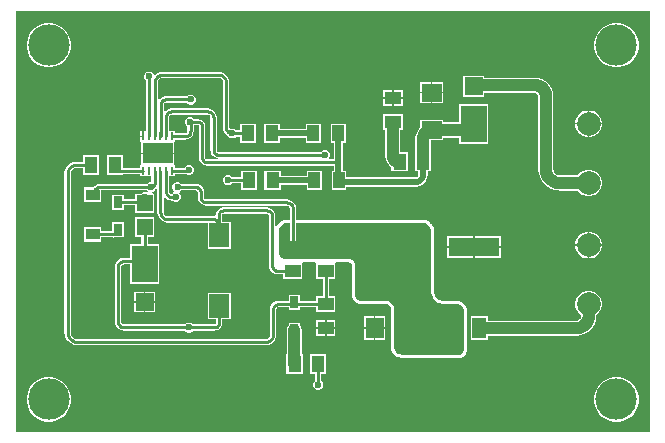
<source format=gtl>
%FSTAX23Y23*%
%MOIN*%
%SFA1B1*%

%IPPOS*%
%ADD13C,0.010000*%
%ADD17R,0.046854X0.068031*%
%ADD18R,0.039370X0.055098*%
%ADD19R,0.086614X0.122051*%
%ADD20R,0.060000X0.059842*%
%ADD21R,0.169291X0.062992*%
%ADD22R,0.029527X0.039370*%
%ADD23R,0.066929X0.078740*%
%ADD24R,0.045275X0.037401*%
%ADD25R,0.010000X0.027598*%
%ADD26R,0.098425X0.066901*%
%ADD45C,0.040000*%
%ADD46C,0.020000*%
%ADD47R,0.068031X0.058464*%
%ADD48R,0.058464X0.068031*%
%ADD49R,0.044587X0.054212*%
%ADD50R,0.054212X0.044587*%
%ADD51R,0.053150X0.055512*%
%ADD52C,0.078740*%
%ADD53C,0.023622*%
%ADD54C,0.137795*%
%LNpcb-1*%
%LPD*%
G36*
X02121Y00008D02*
X00008D01*
Y01414*
X02121*
Y00008*
G37*
%LNpcb-2*%
%LPC*%
G36*
X02017Y01373D02*
X02003D01*
X01988Y0137*
X01975Y01364*
X01963Y01356*
X01952Y01346*
X01944Y01334*
X01939Y0132*
X01936Y01306*
Y01291*
X01939Y01277*
X01944Y01264*
X01952Y01252*
X01963Y01241*
X01975Y01233*
X01988Y01228*
X02003Y01225*
X02017*
X02031Y01228*
X02045Y01233*
X02057Y01241*
X02067Y01252*
X02075Y01264*
X02081Y01277*
X02084Y01291*
Y01306*
X02081Y0132*
X02075Y01334*
X02067Y01346*
X02057Y01356*
X02045Y01364*
X02031Y0137*
X02017Y01373*
G37*
G36*
X00125D02*
X0011D01*
X00096Y0137*
X00083Y01364*
X00071Y01356*
X0006Y01346*
X00052Y01334*
X00047Y0132*
X00044Y01306*
Y01291*
X00047Y01277*
X00052Y01264*
X0006Y01252*
X00071Y01241*
X00083Y01233*
X00096Y01228*
X0011Y01225*
X00125*
X00139Y01228*
X00153Y01233*
X00165Y01241*
X00175Y01252*
X00183Y01264*
X00189Y01277*
X00192Y01291*
Y01306*
X00189Y0132*
X00183Y01334*
X00175Y01346*
X00165Y01356*
X00153Y01364*
X00139Y0137*
X00125Y01373*
G37*
G36*
X01433Y01176D02*
X01396D01*
Y01144*
X01433*
Y01176*
G37*
G36*
X01391D02*
X01355D01*
Y01144*
X01391*
Y01176*
G37*
G36*
X01297Y01149D02*
X01267D01*
Y01125*
X01297*
Y01149*
G37*
G36*
X01262D02*
X01233D01*
Y01125*
X01262*
Y01149*
G37*
G36*
X01433Y01139D02*
X01396D01*
Y01107*
X01433*
Y01139*
G37*
G36*
X01391D02*
X01355D01*
Y01107*
X01391*
Y01139*
G37*
G36*
X01297Y0112D02*
X01267D01*
Y01095*
X01297*
Y0112*
G37*
G36*
X01262D02*
X01233D01*
Y01095*
X01262*
Y0112*
G37*
G36*
X01923Y01081D02*
X0192D01*
Y0104*
X01962*
Y01043*
X01959Y01054*
X01953Y01064*
X01945Y01073*
X01935Y01078*
X01923Y01081*
G37*
G36*
X01915D02*
X01912D01*
X019Y01078*
X0189Y01073*
X01882Y01064*
X01876Y01054*
X01873Y01043*
Y0104*
X01915*
Y01081*
G37*
G36*
X01025Y01037D02*
X00975D01*
Y0102*
X00888*
Y01037*
X00834*
Y00972*
X00888*
Y00989*
X00975*
Y00972*
X01025*
Y01037*
G37*
G36*
X00429Y01013D02*
X00421D01*
Y00997*
X00429*
Y01013*
G37*
G36*
X01962Y01035D02*
X0192D01*
Y00993*
X01923*
X01935Y00996*
X01945Y01002*
X01953Y0101*
X01959Y0102*
X01962Y01031*
Y01035*
G37*
G36*
X01915D02*
X01873D01*
Y01031*
X01876Y0102*
X01882Y0101*
X0189Y01002*
X019Y00996*
X01912Y00993*
X01915*
Y01035*
G37*
G36*
X00456Y01211D02*
X00449D01*
X00443Y01209*
X00438Y01204*
X00436Y01198*
Y01191*
X00438Y01185*
X00441Y01182*
Y01013*
X00434*
Y00995*
X00431*
Y00992*
X00421*
Y00976*
X00426*
Y0094*
X00481*
X00535*
Y00976*
X0054*
Y00984*
X00573*
Y00984*
X0058Y00985*
X00587Y00988*
X00592Y00993*
X00597Y00998*
X006Y01005*
X00601Y01013*
X00601*
Y0103*
X00603Y01033*
X00616*
Y01032*
X00618Y01032*
X00619Y0103*
X00619*
Y00925*
X00619*
X0062Y00917*
X00623Y00911*
X00627Y00905*
X00633Y00901*
X00639Y00898*
X00647Y00897*
Y00897*
X01068*
Y00881*
X01061*
Y00816*
X0111*
Y00827*
X01341*
Y00827*
X01351Y00829*
X01361Y00833*
X01369Y00839*
X01375Y00847*
X01379Y00857*
X01381Y00867*
X01381*
Y00878*
X01393*
Y00942*
X01391*
Y00982*
X01433*
Y00991*
X01486*
Y0097*
X01582*
Y01102*
X01486*
Y01042*
X01433*
Y0105*
X01355*
Y01025*
X01347Y01014*
X01342Y01001*
X0134Y00988*
X0134Y00987*
Y00942*
X01338*
Y00878*
X0135*
Y00867*
X0135*
X01349Y00864*
X01347Y00861*
X01344Y00859*
X01341Y00858*
Y00858*
X0111*
Y00881*
X01098*
Y0091*
Y00972*
X01108*
Y01037*
X01058*
Y00972*
X01068*
Y00918*
X01054*
X01051Y00923*
X01052Y00923*
X01054Y00929*
Y00936*
X01052Y00942*
X01047Y00947*
X01041Y00949*
X01034*
X01028Y00947*
X01024Y00943*
X00686*
Y00943*
X00682Y00943*
X00679Y00945*
X00677Y00948*
X00677Y00952*
X00677*
Y0106*
X00677*
X00676Y01067*
X00673Y01074*
X00668Y01079*
X00663Y01084*
X00656Y01087*
X00649Y01088*
Y01088*
X00526*
Y01088*
X00516Y01086*
X00507Y0108*
X00506Y01078*
X00501Y0108*
Y01103*
X00501Y01103*
X00502Y01106*
X00505Y01107*
X00506Y01107*
X00577*
X00581Y01103*
X00587Y01101*
X00594*
X006Y01103*
X00605Y01108*
X00607Y01114*
Y01121*
X00605Y01127*
X006Y01132*
X00594Y01134*
X00587*
X00581Y01132*
X00577Y01128*
X00506*
Y01128*
X00496Y01126*
X00487Y01121*
X00486Y01118*
X00481Y0112*
Y01174*
X00481Y01174*
X00482Y0118*
X00486Y01185*
X00491Y01189*
X00497Y0119*
X00498Y0119*
X00683*
X00689Y01189*
X00694Y01186*
X00697Y01181*
X00698Y01175*
Y01025*
X00698*
X00699Y01017*
X00702Y01009*
X00707Y01003*
X00713Y00999*
X00714Y00995*
X00719Y0099*
X00725Y00988*
X00732*
X00738Y0099*
X00742Y00994*
X00755*
Y00972*
X00809*
Y01037*
X00755*
Y01015*
X00742*
X00738Y01019*
X00732Y01021*
X00725*
X00724Y01021*
X00719Y01024*
X00719Y01025*
X00719*
Y01175*
X00719*
X00718Y01184*
X00714Y01193*
X00708Y012*
X00701Y01206*
X00692Y0121*
X00683Y01211*
Y01211*
X00498*
Y01211*
X00488Y0121*
X00479Y01206*
X00473Y01201*
X00468Y01202*
X00467Y01203*
X00467Y01204*
X00462Y01209*
X00456Y01211*
G37*
G36*
X00535Y00935D02*
X00481D01*
X00426*
Y00899*
X00421*
Y00891*
X00365*
Y00932*
X00311*
Y00867*
X00365*
Y0087*
X00421*
Y00862*
X0046*
Y00842*
X00455*
X00449Y0084*
X00445Y00836*
X00288*
Y00836*
X00279Y00835*
X00271Y00831*
X00263Y00826*
X00263Y00825*
X00236*
Y00777*
X00291*
Y00815*
X00445*
X00449Y00811*
X00447Y00807*
X00441Y00809*
X00434*
X00428Y00807*
X00425Y00804*
X00405*
Y00786*
X00368*
Y008*
X00329*
Y00751*
X00368*
Y00765*
X00405*
Y00739*
X00468*
Y00804*
X00464*
X00463Y00809*
X00468Y00811*
X00473Y00816*
X00475Y00822*
X00478Y00822*
X0048Y00821*
Y00743*
X0048*
X00481Y00733*
X00485Y00725*
X0049Y00718*
X00498Y00712*
X00506Y00708*
X00516Y00707*
Y00707*
X00647*
Y00621*
X00724*
Y0071*
X00695*
Y00735*
X00695*
X00696Y00736*
X00698Y00737*
Y00737*
X00846*
Y00737*
X00848Y00737*
X0085Y00735*
X00852Y00733*
X00852Y00731*
X00852*
Y00564*
X00852*
X00853Y00556*
X00856Y0055*
X0086Y00544*
X00866Y0054*
X00872Y00537*
X00879Y00536*
Y00536*
X00899*
Y00519*
X00963*
Y00574*
X00967Y00576*
X01005*
X01009Y00574*
Y00571*
Y00519*
X01031*
Y00463*
X01009*
Y00445*
X00956*
Y00467*
X00917*
Y00446*
X00883*
Y00446*
X00875Y00445*
X00869Y00442*
X00863Y00438*
X00859Y00432*
X00856Y00426*
X00855Y00419*
X00855*
Y00336*
X00854Y00329*
X00851Y00324*
X00846Y00321*
X0084Y0032*
X00214*
X00213Y0032*
X00205Y00321*
X00197Y00326*
X00192Y00334*
X00191Y00342*
X00191Y00343*
Y00873*
X00191Y00873*
X00192Y00879*
X00196Y00884*
X00201Y00888*
X00207Y00889*
X00208Y00889*
X00232*
Y00867*
X00286*
Y00932*
X00232*
Y0091*
X00208*
Y0091*
X00198Y00909*
X00189Y00905*
X00181Y00899*
X00175Y00891*
X00171Y00882*
X0017Y00873*
X0017*
Y00343*
X0017*
X00172Y00331*
X00176Y00321*
X00183Y00312*
X00192Y00305*
X00202Y00301*
X00214Y00299*
Y00299*
X0084*
Y00299*
X00849Y003*
X00858Y00304*
X00865Y0031*
X00871Y00317*
X00875Y00326*
X00876Y00336*
X00876*
Y00419*
X00876*
X00876Y00421*
X00878Y00423*
X0088Y00425*
X00883Y00425*
Y00425*
X00917*
Y00417*
X00956*
Y00425*
X01009*
Y00408*
X01073*
Y00463*
X01052*
Y00519*
X01073*
Y00571*
Y00574*
X01077Y00576*
X01117*
X01119Y00576*
X01123Y00574*
X01125Y00572*
X01127Y00568*
X01127Y00566*
Y00467*
X01128Y00463*
X01132Y00453*
X01134Y0045*
X01141Y00443*
X01144Y00441*
X01154Y00437*
X01158Y00436*
X01242*
X01245Y00436*
X01251Y00434*
X01255Y0043*
X01257Y00424*
X01257Y00421*
Y00297*
Y00294*
X01258Y00293*
Y00292*
X01259Y00286*
X01259Y00285*
X01259Y00284*
X01261Y00278*
X01262Y00278*
X01262Y00277*
X01266Y00272*
X01266Y00271*
X01267Y0027*
X01271Y00266*
X01272Y00265*
X01273Y00265*
X01278Y00261*
X01279Y00261*
X01279Y0026*
X01285Y00258*
X01286Y00258*
X01287Y00258*
X01293Y00257*
X01294*
X01295Y00256*
X01298*
X01483*
X01486*
X0149Y00257*
X01498Y0026*
X01501Y00262*
X01507Y00268*
X01509Y00271*
X01512Y00279*
Y00279*
X01513Y00283*
Y00287*
Y00397*
Y00412*
Y00416*
X01512Y00418*
X01512Y0042*
X01508Y0043*
X01506Y00433*
X01499Y0044*
X01498Y00441*
X01496Y00442*
X01486Y00446*
X01482Y00447*
X01478*
X01433Y00447*
X0143Y00447*
X01424Y00448*
X01418Y0045*
X01414Y00454*
X0141Y00458*
X01406Y00462*
X01404Y00468*
X01403Y00474*
X01403Y00477*
Y00677*
Y00679*
X01403Y0068*
Y00681*
X01401Y00687*
X01401Y00688*
X01401Y00689*
X01399Y00695*
X01398Y00695*
X01398Y00696*
X01394Y00701*
X01394Y00702*
X01393Y00703*
X01389Y00707*
X01388Y00708*
X01387Y00708*
X01382Y00712*
X01381Y00712*
X01381Y00713*
X01375Y00715*
X01374Y00715*
X01373Y00715*
X01369Y00716*
X01369*
X01368Y00716*
X01363Y00717*
X01363Y00717*
X01363Y00717*
X01363*
X01362Y00717*
X00942*
Y00756*
X00942*
X00941Y00763*
X00938Y0077*
X00933Y00776*
X00927Y00781*
X0092Y00784*
X00913Y00785*
Y00785*
X00642*
Y00785*
X00639Y00785*
X00637Y00787*
X00635Y00789*
X00635Y00792*
X00635*
Y00809*
X00635*
X00634Y00816*
X00631Y00822*
X00627Y00828*
X00621Y00832*
X00615Y00835*
X00608Y00836*
Y00836*
X0056*
X00556Y0084*
X0055Y00842*
X00543*
X00537Y0084*
X00532Y00835*
X0053Y00829*
Y00822*
X00532Y00816*
X00535Y00814*
X00533Y00808*
X00531Y00807*
X00527Y00803*
X00526*
X00525Y00803*
X00522Y00804*
X0052Y00808*
X0052Y00808*
Y00862*
X0054*
Y0087*
X00574*
X00576Y00868*
X00582Y00866*
X00589*
X00595Y00868*
X006Y00873*
X00602Y00879*
Y00886*
X006Y00892*
X00595Y00897*
X00589Y00899*
X00582*
X00576Y00897*
X00571Y00892*
X00571Y00891*
X0054*
Y00899*
X00535*
Y00935*
G37*
G36*
X01297Y01071D02*
X01233D01*
Y01016*
X0124*
Y00931*
X0124Y0093*
X01241Y00919*
X01246Y00908*
X01253Y00898*
X01259Y00894*
Y00878*
X01314*
Y00942*
X0129*
Y01016*
X01297*
Y01071*
G37*
G36*
X01027Y00881D02*
X00978D01*
Y00864*
X00891*
Y00881*
X00836*
Y00816*
X00891*
Y00833*
X00978*
Y00816*
X01027*
Y00881*
G37*
G36*
X00812Y00881D02*
X00757D01*
Y00859*
X00729*
X00725Y00863*
X00719Y00865*
X00712*
X00706Y00863*
X00701Y00858*
X00699Y00852*
Y00845*
X00701Y00839*
X00706Y00834*
X00712Y00832*
X00719*
X00725Y00834*
X00729Y00838*
X00757*
Y00816*
X00812*
Y00881*
G37*
G36*
X01569Y01197D02*
X01499D01*
Y01127*
X01569*
Y0114*
X0174*
X0174Y0114*
X01743Y01139*
X01746Y01137*
X01748Y01134*
X01749Y01131*
X01749Y01131*
Y00886*
X01749Y00884*
X01751Y00872*
X01755Y00858*
X01761Y00846*
X0177Y00835*
X01781Y00827*
X01793Y0082*
X01806Y00816*
X01819Y00815*
X0182Y00814*
X01881*
X01882Y00813*
X0189Y00804*
X019Y00799*
X01912Y00796*
X01923*
X01935Y00799*
X01945Y00804*
X01953Y00813*
X01959Y00823*
X01962Y00834*
Y00846*
X01959Y00857*
X01953Y00867*
X01945Y00875*
X01935Y00881*
X01923Y00884*
X01912*
X019Y00881*
X0189Y00875*
X01882Y00867*
X01881Y00865*
X0182*
X01819Y00865*
X01812Y00867*
X01806Y00871*
X01801Y00878*
X018Y00885*
X018Y00886*
Y01131*
X018Y01132*
X01799Y01142*
X01795Y01154*
X0179Y01164*
X01782Y01173*
X01773Y01181*
X01763Y01186*
X01751Y0119*
X01741Y01191*
X0174Y01191*
X01569*
Y01197*
G37*
G36*
X00368Y00708D02*
X00329D01*
Y00678*
X00291*
Y00692*
X00236*
Y00644*
X00291*
Y00658*
X00333*
Y00657*
X00339Y00659*
X00368*
Y00708*
G37*
G36*
X01923Y00677D02*
X0192D01*
Y00635*
X01962*
Y00638*
X01959Y0065*
X01953Y0066*
X01945Y00668*
X01935Y00674*
X01923Y00677*
G37*
G36*
X01915D02*
X01912D01*
X019Y00674*
X0189Y00668*
X01882Y0066*
X01876Y0065*
X01873Y00638*
Y00635*
X01915*
Y00677*
G37*
G36*
X01624Y00662D02*
X01537D01*
Y00628*
X01624*
Y00662*
G37*
G36*
X01532D02*
X01444D01*
Y00628*
X01532*
Y00662*
G37*
G36*
X01624Y00623D02*
X01537D01*
Y00589*
X01624*
Y00623*
G37*
G36*
X01532D02*
X01444D01*
Y00589*
X01532*
Y00623*
G37*
G36*
X00468Y00726D02*
X00405D01*
Y0066*
X00426*
Y00635*
X00388*
Y00589*
X00368*
Y00589*
X0036Y00588*
X00352Y00585*
X00346Y0058*
X00341Y00574*
X00338Y00566*
X00337Y00559*
X00337*
Y0038*
X00337*
X00338Y00371*
X00342Y00363*
X00347Y00357*
X00353Y00352*
X00361Y00348*
X0037Y00347*
Y00347*
X00572*
X00576Y00343*
X00582Y00341*
X00589*
X00595Y00343*
X00599Y00347*
X0067*
Y00347*
X00676Y00348*
X00683Y00351*
X00688Y00355*
X00692Y0036*
X00695Y00367*
X00696Y00374*
X00696*
Y00385*
X00724*
Y00474*
X00647*
Y00385*
X00675*
Y00374*
X00675Y00373*
X00674Y00369*
X0067Y00368*
X0067Y00368*
X00599*
X00595Y00372*
X00589Y00374*
X00582*
X00576Y00372*
X00572Y00368*
X0037*
Y00368*
X00365Y00369*
X00361Y00371*
X00359Y00375*
X00358Y0038*
X00358*
Y00559*
X00358*
X00359Y00562*
X00361Y00565*
X00364Y00567*
X00368Y00568*
Y00568*
X00388*
Y00502*
X00485*
Y00635*
X00447*
Y0066*
X00468*
Y00726*
G37*
G36*
X01962Y0063D02*
X0192D01*
Y00588*
X01923*
X01935Y00591*
X01945Y00597*
X01953Y00605*
X01959Y00615*
X01962Y00627*
Y0063*
G37*
G36*
X01915D02*
X01873D01*
Y00627*
X01876Y00615*
X01882Y00605*
X0189Y00597*
X019Y00591*
X01912Y00588*
X01915*
Y0063*
G37*
G36*
X00472Y00477D02*
X00439D01*
Y00445*
X00472*
Y00477*
G37*
G36*
X00434D02*
X00402D01*
Y00445*
X00434*
Y00477*
G37*
G36*
X00472Y0044D02*
X00439D01*
Y00408*
X00472*
Y0044*
G37*
G36*
X00434D02*
X00402D01*
Y00408*
X00434*
Y0044*
G37*
G36*
X01923Y0048D02*
X01912D01*
X019Y00477*
X0189Y00471*
X01882Y00463*
X01876Y00452*
X01873Y00441*
Y00429*
X01876Y00418*
X01882Y00408*
X0189Y004*
X01892Y00399*
Y00396*
X01892Y00395*
X01891Y0039*
X01888Y00385*
X01883Y00382*
X01878Y00381*
X01878Y00381*
X01582*
Y00395*
X01525*
Y00317*
X01582*
Y0033*
X01878*
X01879Y00331*
X0189Y00332*
X01902Y00336*
X01914Y00342*
X01924Y0035*
X01932Y0036*
X01938Y00371*
X01942Y00383*
X01943Y00394*
X01943Y00396*
Y00399*
X01945Y004*
X01953Y00408*
X01959Y00418*
X01962Y00429*
Y00441*
X01959Y00452*
X01953Y00463*
X01945Y00471*
X01935Y00477*
X01923Y0048*
G37*
G36*
X01073Y00384D02*
X01044D01*
Y00359*
X01073*
Y00384*
G37*
G36*
X01039D02*
X01009D01*
Y00359*
X01039*
Y00384*
G37*
G36*
X01238Y00395D02*
X01206D01*
Y00358*
X01238*
Y00395*
G37*
G36*
X01201D02*
X01169D01*
Y00358*
X01201*
Y00395*
G37*
G36*
X01073Y00354D02*
X01044D01*
Y00329*
X01073*
Y00354*
G37*
G36*
X01039D02*
X01009D01*
Y00329*
X01039*
Y00354*
G37*
G36*
X01238Y00353D02*
X01206D01*
Y00317*
X01238*
Y00353*
G37*
G36*
X01201D02*
X01169D01*
Y00317*
X01201*
Y00353*
G37*
G36*
X00936Y00375D02*
X00932Y00374D01*
X00917*
Y00365*
X00913Y0036*
X00911Y0035*
Y00268*
X0091*
Y00204*
X00964*
Y00268*
X00962*
Y0035*
X0096Y0036*
X00956Y00365*
Y00374*
X0094*
X00936Y00375*
G37*
G36*
X01043Y00268D02*
X00988D01*
Y00204*
X01006*
Y00179*
X01002Y00175*
X01Y00169*
Y00163*
X01002Y00156*
X01007Y00152*
X01013Y00149*
X0102*
X01026Y00152*
X01031Y00156*
X01033Y00163*
Y00169*
X01031Y00175*
X01026Y0018*
Y00204*
X01043*
Y00268*
G37*
G36*
X02017Y00192D02*
X02003D01*
X01988Y00189*
X01975Y00183*
X01963Y00175*
X01952Y00165*
X01944Y00153*
X01939Y00139*
X01936Y00125*
Y0011*
X01939Y00096*
X01944Y00083*
X01952Y00071*
X01963Y0006*
X01975Y00052*
X01988Y00047*
X02003Y00044*
X02017*
X02031Y00047*
X02045Y00052*
X02057Y0006*
X02067Y00071*
X02075Y00083*
X02081Y00096*
X02084Y0011*
Y00125*
X02081Y00139*
X02075Y00153*
X02067Y00165*
X02057Y00175*
X02045Y00183*
X02031Y00189*
X02017Y00192*
G37*
G36*
X00125D02*
X0011D01*
X00096Y00189*
X00083Y00183*
X00071Y00175*
X0006Y00165*
X00052Y00153*
X00047Y00139*
X00044Y00125*
Y0011*
X00047Y00096*
X00052Y00083*
X0006Y00071*
X00071Y0006*
X00083Y00052*
X00096Y00047*
X0011Y00044*
X00125*
X00139Y00047*
X00153Y00052*
X00165Y0006*
X00175Y00071*
X00183Y00083*
X00189Y00096*
X00192Y0011*
Y00125*
X00189Y00139*
X00183Y00153*
X00175Y00165*
X00165Y00175*
X00153Y00183*
X00139Y00189*
X00125Y00192*
G37*
%LNpcb-3*%
%LPD*%
G36*
X00526Y01067D02*
X00649D01*
Y01067*
X00651Y01067*
X00654Y01065*
X00656Y01062*
X00656Y0106*
X00656*
Y00952*
X00656*
X00657Y00944*
X0066Y00937*
X00665Y00931*
X00671Y00926*
X00678Y00923*
X00682Y00923*
X00682Y00918*
X00647*
Y00918*
X00644Y00918*
X00642Y0092*
X0064Y00922*
X0064Y00925*
X0064*
Y0103*
X0064*
X00638Y01039*
X00633Y01046*
X00625Y01051*
X00616Y01053*
Y01053*
X00603*
X00599Y01057*
X00593Y0106*
X00586*
X0058Y01057*
X00576Y01052*
X00573Y01046*
Y01039*
X00576Y01033*
X0058Y01028*
X0058Y01028*
Y01013*
X0058*
X0058Y0101*
X00578Y01007*
X00575Y01005*
X00573Y01005*
Y01005*
X0054*
Y01013*
X0052*
Y01062*
X0052Y01062*
X00522Y01066*
X00525Y01067*
X00526Y01067*
G37*
G36*
X00608Y00815D02*
X0061Y00815D01*
X00612Y00813*
X00614Y00811*
X00614Y00809*
X00614*
Y00792*
X00614*
X00615Y00784*
X00618Y00778*
X00622Y00772*
X00628Y00768*
X00634Y00765*
X00642Y00764*
Y00764*
X00913*
Y00764*
X00916Y00764*
X00919Y00762*
X0092Y00759*
X00921Y00756*
X00921*
Y00717*
X00912*
X00909*
X00908Y00717*
X00907*
X00902Y00715*
X00901Y00715*
X009Y00715*
X00895Y00713*
X00894Y00712*
X00893Y00712*
X00889Y00709*
X00888Y00708*
X00887Y00708*
X00883Y00704*
X00883Y00703*
X00882Y00702*
X00879Y00698*
X00879Y00697*
X00878Y00696*
X00878Y00695*
X00873Y00696*
Y00731*
X00873*
X00872Y00738*
X00869Y00744*
X00865Y0075*
X00859Y00754*
X00853Y00757*
X00846Y00758*
Y00758*
X00698*
Y00758*
X00689Y00756*
X00681Y00751*
X00676Y00743*
X00674Y00735*
X00673Y0073*
X00671Y00728*
X00666Y00728*
X00516*
Y00728*
X0051Y00729*
X00505Y00732*
X00502Y00737*
X00501Y00743*
X00501*
Y0079*
X00506Y00792*
X00507Y0079*
X00516Y00784*
X00526Y00782*
X0053Y0078*
X00531Y00778*
X00537Y00776*
X00544*
X0055Y00778*
X00555Y00783*
X00557Y00789*
Y00796*
X00555Y00802*
X00552Y00804*
X00554Y0081*
X00556Y00811*
X0056Y00815*
X00608*
Y00815*
G37*
G36*
X01363Y00707D02*
D01*
X01363*
X01367Y00706*
X01371Y00705*
X01377Y00703*
X01382Y007*
X01386Y00696*
X01389Y00691*
X01391Y00685*
X01393Y00679*
Y00677*
Y00477*
X01393Y00473*
X01394Y00465*
X01397Y00458*
X01402Y00451*
X01407Y00446*
X01414Y00441*
X01421Y00438*
X01429Y00437*
X01433Y00437*
X01478Y00436*
X01482Y00437*
X01492Y00433*
X01499Y00426*
X01503Y00416*
Y00412*
Y00397*
Y00287*
Y00283*
X01499Y00275*
X01494Y0027*
X01486Y00267*
X01483*
X01298*
X01295*
X01289Y00268*
X01283Y0027*
X01278Y00273*
X01274Y00277*
X01271Y00282*
X01269Y00288*
X01268Y00294*
Y00297*
Y00422*
X01267Y00426*
X01263Y00435*
X01256Y00442*
X01247Y00446*
X01243Y00447*
X01158*
X01148Y0045*
X01141Y00457*
X01138Y00467*
Y00567*
X01137Y0057*
X01134Y00578*
X01129Y00583*
X01121Y00586*
X01118Y00587*
X0091*
X00905*
X00895Y0059*
X00888Y00597*
X00885Y00607*
Y00612*
Y0068*
X00885Y00684*
X00886Y00687*
X00888Y00692*
X00891Y00697*
X00894Y007*
X00899Y00703*
X00904Y00705*
X00909Y00707*
X00912*
X00921*
Y00625*
X00922Y00621*
X00924Y00618*
X00927Y00616*
X00931Y00615*
X00935Y00616*
X00939Y00618*
X00941Y00621*
X00942Y00625*
Y00707*
X01362*
X01363*
G37*
G54D13*
X00181Y00343D02*
D01*
X00181Y0034*
X00181Y00338*
X00181Y00336*
X00182Y00333*
X00182Y00331*
X00183Y00329*
X00184Y00327*
X00186Y00325*
X00187Y00323*
X00188Y00321*
X0019Y0032*
X00191Y00318*
X00193Y00316*
X00195Y00315*
X00197Y00314*
X00199Y00313*
X00201Y00312*
X00203Y00311*
X00206Y0031*
X00208Y0031*
X0021Y0031*
X00212Y0031*
X00214Y0031*
X0084D02*
D01*
X00841Y0031*
X00843Y0031*
X00845Y0031*
X00847Y00311*
X00848Y00311*
X0085Y00312*
X00852Y00313*
X00853Y00313*
X00855Y00314*
X00856Y00316*
X00858Y00317*
X00859Y00318*
X0086Y00319*
X00861Y00321*
X00862Y00323*
X00863Y00324*
X00864Y00326*
X00864Y00327*
X00865Y00329*
X00865Y00331*
X00865Y00333*
X00865Y00335*
X00866Y00336*
X00208Y009D02*
D01*
X00206Y00899*
X00204Y00899*
X00202Y00899*
X002Y00898*
X00198Y00898*
X00197Y00897*
X00195Y00896*
X00193Y00895*
X00192Y00894*
X0019Y00893*
X00189Y00892*
X00187Y00891*
X00186Y00889*
X00185Y00888*
X00184Y00886*
X00183Y00884*
X00182Y00883*
X00182Y00881*
X00181Y00879*
X00181Y00877*
X00181Y00875*
X00181Y00873*
X00181Y00873*
X00459Y00826D02*
D01*
X00459Y00826*
X0046Y00826*
X00461Y00826*
X00462Y00826*
X00463Y00826*
X00463Y00827*
X00464Y00827*
X00465Y00827*
X00466Y00828*
X00466Y00828*
X00467Y00829*
X00468Y0083*
X00468Y0083*
X00469Y00831*
X00469Y00832*
X00469Y00832*
X0047Y00833*
X0047Y00834*
X0047Y00835*
X0047Y00836*
X00471Y00836*
X00471Y00837*
X00471Y00838*
X00288Y00826D02*
D01*
X00286Y00825*
X00284Y00825*
X00283Y00825*
X00281Y00825*
X0028Y00824*
X00278Y00823*
X00276Y00823*
X00275Y00822*
X00274Y00821*
X00272Y0082*
X00271Y00819*
X0027Y00817*
X00269Y00816*
X00268Y00815*
X00267Y00813*
X00266Y00812*
X00265Y0081*
X00265Y00809*
X00264Y00807*
X00264Y00805*
X00264Y00804*
X00264Y00802*
X00264Y00801*
X00338Y009D02*
D01*
X00338Y00898*
X00338Y00897*
X00338Y00896*
X00339Y00894*
X00339Y00893*
X0034Y00892*
X0034Y00891*
X00341Y00889*
X00341Y00888*
X00342Y00887*
X00343Y00886*
X00344Y00885*
X00345Y00885*
X00346Y00884*
X00347Y00883*
X00349Y00882*
X0035Y00882*
X00351Y00881*
X00352Y00881*
X00354Y00881*
X00355Y00881*
X00356Y00881*
X00357Y00881*
X00883Y00436D02*
D01*
X00881Y00435*
X0088Y00435*
X00879Y00435*
X00878Y00435*
X00877Y00434*
X00876Y00434*
X00875Y00434*
X00873Y00433*
X00873Y00432*
X00872Y00432*
X00871Y00431*
X0087Y0043*
X00869Y00429*
X00868Y00428*
X00868Y00427*
X00867Y00426*
X00867Y00425*
X00866Y00424*
X00866Y00423*
X00866Y00421*
X00866Y0042*
X00866Y00419*
X00866Y00419*
X0067Y00358D02*
D01*
X00671Y00358*
X00672Y00358*
X00673Y00358*
X00674Y00358*
X00675Y00358*
X00676Y00359*
X00677Y00359*
X00678Y0036*
X00679Y00361*
X0068Y00361*
X00681Y00362*
X00681Y00363*
X00682Y00364*
X00683Y00365*
X00683Y00366*
X00684Y00366*
X00684Y00368*
X00685Y00369*
X00685Y0037*
X00685Y00371*
X00685Y00372*
X00685Y00373*
X00686Y00374*
X00437Y00568D02*
D01*
X00436Y00569*
X00436Y0057*
X00436Y00571*
X00436Y00571*
X00436Y00572*
X00436Y00573*
X00435Y00573*
X00435Y00574*
X00435Y00574*
X00434Y00575*
X00434Y00575*
X00433Y00576*
X00433Y00576*
X00432Y00577*
X00431Y00577*
X00431Y00577*
X0043Y00578*
X0043Y00578*
X00429Y00578*
X00428Y00578*
X00428Y00578*
X00427Y00578*
X00426Y00579*
X00368D02*
D01*
X00366Y00578*
X00365Y00578*
X00363Y00578*
X00362Y00578*
X00361Y00577*
X00359Y00577*
X00358Y00576*
X00357Y00575*
X00356Y00575*
X00355Y00574*
X00354Y00573*
X00353Y00572*
X00352Y00571*
X00351Y0057*
X0035Y00569*
X0035Y00567*
X00349Y00566*
X00348Y00565*
X00348Y00563*
X00348Y00562*
X00348Y00561*
X00348Y00559*
X00348Y00559*
Y0038D02*
D01*
X00348Y00378*
X00348Y00376*
X00348Y00375*
X00348Y00373*
X00349Y00372*
X00349Y00371*
X0035Y00369*
X00351Y00368*
X00352Y00367*
X00353Y00365*
X00354Y00364*
X00355Y00363*
X00356Y00362*
X00357Y00361*
X00359Y0036*
X0036Y0036*
X00361Y00359*
X00363Y00359*
X00364Y00358*
X00366Y00358*
X00367Y00358*
X00369Y00358*
X0037Y00358*
X00333Y00668D02*
D01*
X00334Y00668*
X00335Y00668*
X00336Y00668*
X00337Y00668*
X00338Y00669*
X00339Y00669*
X0034Y0067*
X00341Y0067*
X00342Y00671*
X00343Y00671*
X00344Y00672*
X00345Y00673*
X00345Y00674*
X00346Y00675*
X00346Y00676*
X00347Y00677*
X00347Y00678*
X00348Y00679*
X00348Y0068*
X00348Y00681*
X00348Y00682*
X00348Y00683*
X00349Y00683*
X00437Y00772D02*
D01*
X00436Y00772*
X00436Y00772*
X00436Y00772*
X00436Y00773*
X00436Y00773*
X00436Y00773*
X00436Y00773*
X00436Y00774*
X00436Y00774*
X00436Y00774*
X00435Y00774*
X00435Y00775*
X00435Y00775*
X00435Y00775*
X00434Y00775*
X00434Y00775*
X00434Y00775*
X00434Y00775*
X00433Y00776*
X00433Y00776*
X00433Y00776*
X00432Y00776*
X00432Y00776*
X01081Y00908D02*
D01*
X01081Y00908*
X01081Y00908*
X01081Y00908*
X01081Y00908*
X01082Y00908*
X01082Y00908*
X01082Y00908*
X01082Y00908*
X01082Y00908*
X01082Y00908*
X01082Y00908*
X01082Y00908*
X01082Y00908*
X01083Y00908*
X01083Y00909*
X01083Y00909*
X01083Y00909*
X01083Y00909*
X01083Y00909*
X01083Y00909*
X01083Y00909*
X01083Y00909*
X01083Y0091*
X0063Y00925D02*
D01*
X0063Y00923*
X0063Y00922*
X0063Y00921*
X0063Y0092*
X00631Y00919*
X00631Y00918*
X00631Y00917*
X00632Y00915*
X00633Y00915*
X00633Y00914*
X00634Y00913*
X00635Y00912*
X00636Y00911*
X00637Y0091*
X00638Y0091*
X00639Y00909*
X0064Y00909*
X00641Y00908*
X00642Y00908*
X00644Y00908*
X00645Y00908*
X00646Y00908*
X00647Y00908*
X0063Y0103D02*
D01*
X00629Y0103*
X00629Y01031*
X00629Y01032*
X00629Y01033*
X00629Y01034*
X00628Y01035*
X00628Y01036*
X00627Y01037*
X00627Y01037*
X00626Y01038*
X00626Y01039*
X00625Y01039*
X00624Y0104*
X00624Y0104*
X00623Y01041*
X00622Y01041*
X00621Y01042*
X0062Y01042*
X00619Y01042*
X00619Y01043*
X00618Y01043*
X00617Y01043*
X00616Y01043*
X00667Y00952D02*
D01*
X00667Y0095*
X00667Y00949*
X00667Y00948*
X00667Y00946*
X00668Y00945*
X00668Y00944*
X00669Y00943*
X00669Y00941*
X0067Y0094*
X00671Y00939*
X00672Y00938*
X00673Y00937*
X00674Y00937*
X00675Y00936*
X00676Y00935*
X00677Y00934*
X00678Y00934*
X0068Y00933*
X00681Y00933*
X00682Y00933*
X00684Y00933*
X00685Y00933*
X00686Y00933*
X00667Y0106D02*
D01*
X00666Y01061*
X00666Y01062*
X00666Y01063*
X00666Y01064*
X00665Y01066*
X00665Y01067*
X00664Y01068*
X00664Y01069*
X00663Y0107*
X00662Y01071*
X00661Y01072*
X00661Y01073*
X0066Y01074*
X00659Y01074*
X00658Y01075*
X00656Y01076*
X00655Y01076*
X00654Y01077*
X00653Y01077*
X00652Y01077*
X0065Y01077*
X00649Y01077*
X00649Y01078*
X00526D02*
D01*
X00524Y01077*
X00523Y01077*
X00522Y01077*
X00521Y01077*
X0052Y01077*
X00519Y01076*
X00518Y01076*
X00517Y01075*
X00516Y01075*
X00516Y01074*
X00515Y01073*
X00514Y01072*
X00513Y01072*
X00513Y01071*
X00512Y0107*
X00512Y01069*
X00511Y01068*
X00511Y01067*
X0051Y01066*
X0051Y01065*
X0051Y01064*
X0051Y01063*
X0051Y01062*
X00625Y00809D02*
D01*
X00624Y0081*
X00624Y00811*
X00624Y00812*
X00624Y00813*
X00623Y00814*
X00623Y00815*
X00623Y00816*
X00622Y00818*
X00621Y00818*
X00621Y00819*
X0062Y0082*
X00619Y00821*
X00618Y00822*
X00617Y00823*
X00616Y00823*
X00615Y00824*
X00614Y00824*
X00613Y00825*
X00612Y00825*
X0061Y00825*
X00609Y00825*
X00608Y00825*
X00608Y00826*
X00625Y00792D02*
D01*
X00625Y0079*
X00625Y00789*
X00625Y00788*
X00625Y00787*
X00626Y00786*
X00626Y00785*
X00626Y00784*
X00627Y00782*
X00628Y00782*
X00628Y00781*
X00629Y0078*
X0063Y00779*
X00631Y00778*
X00632Y00777*
X00633Y00777*
X00634Y00776*
X00635Y00776*
X00636Y00775*
X00637Y00775*
X00639Y00775*
X0064Y00775*
X00641Y00775*
X00642Y00775*
X00931Y00756D02*
D01*
X00931Y00757*
X00931Y00758*
X00931Y0076*
X00931Y00761*
X0093Y00762*
X0093Y00763*
X00929Y00765*
X00928Y00766*
X00928Y00767*
X00927Y00768*
X00926Y00769*
X00925Y0077*
X00924Y00771*
X00923Y00771*
X00922Y00772*
X00921Y00773*
X0092Y00773*
X00918Y00774*
X00917Y00774*
X00916Y00774*
X00914Y00774*
X00913Y00774*
X00913Y00775*
X0049Y00743D02*
D01*
X0049Y00741*
X00491Y00739*
X00491Y00737*
X00491Y00736*
X00492Y00734*
X00493Y00732*
X00493Y00731*
X00494Y00729*
X00495Y00728*
X00496Y00726*
X00497Y00725*
X00499Y00724*
X005Y00723*
X00501Y00722*
X00503Y00721*
X00504Y0072*
X00506Y00719*
X00508Y00719*
X00509Y00718*
X00511Y00718*
X00513Y00718*
X00515Y00718*
X00516Y00718*
X00681Y00708D02*
D01*
X0068Y00708*
X0068Y00709*
X0068Y0071*
X0068Y0071*
X0068Y00711*
X0068Y00712*
X00679Y00712*
X00679Y00713*
X00679Y00713*
X00678Y00714*
X00678Y00714*
X00677Y00715*
X00677Y00715*
X00676Y00716*
X00676Y00716*
X00675Y00716*
X00674Y00717*
X00674Y00717*
X00673Y00717*
X00672Y00717*
X00672Y00717*
X00671Y00717*
X00671Y00718*
X00685Y00667D02*
D01*
X00685Y00667*
X00685Y00666*
X00685Y00666*
X00685Y00666*
X00685Y00666*
X00685Y00666*
X00685Y00666*
X00685Y00666*
X00685Y00666*
X00685Y00666*
X00685Y00666*
X00685Y00666*
X00685Y00666*
X00685Y00666*
X00685Y00666*
X00685Y00666*
X00685Y00666*
X00685Y00666*
X00685Y00666*
X00685Y00666*
X00685Y00666*
X00685Y00666*
X00686*
X00681Y00671D02*
D01*
X00681Y0067*
X00681Y0067*
X00681Y0067*
X00681Y00669*
X00681Y00669*
X00681Y00669*
X00681Y00668*
X00681Y00668*
X00681Y00668*
X00682Y00667*
X00682Y00667*
X00682Y00667*
X00682Y00667*
X00683Y00666*
X00683Y00666*
X00683Y00666*
X00684Y00666*
X00684Y00666*
X00684Y00666*
X00685Y00666*
X00685Y00666*
X00685Y00666*
X00686Y00666*
X00698Y00748D02*
D01*
X00697Y00747*
X00696Y00747*
X00695Y00747*
X00694Y00747*
X00693Y00747*
X00692Y00746*
X00691Y00746*
X00691Y00746*
X0069Y00745*
X00689Y00744*
X00688Y00744*
X00688Y00743*
X00687Y00743*
X00687Y00742*
X00686Y00741*
X00686Y0074*
X00685Y00739*
X00685Y00739*
X00685Y00738*
X00685Y00737*
X00685Y00736*
X00685Y00735*
X00685Y00735*
X00863Y00731D02*
D01*
X00862Y00732*
X00862Y00733*
X00862Y00734*
X00862Y00735*
X00861Y00736*
X00861Y00737*
X00861Y00738*
X0086Y0074*
X00859Y0074*
X00859Y00741*
X00858Y00742*
X00857Y00743*
X00856Y00744*
X00855Y00745*
X00854Y00745*
X00853Y00746*
X00852Y00746*
X00851Y00747*
X0085Y00747*
X00848Y00747*
X00847Y00747*
X00846Y00747*
X00846Y00748*
X00863Y00564D02*
D01*
X00863Y00562*
X00863Y00561*
X00863Y0056*
X00863Y00559*
X00864Y00558*
X00864Y00557*
X00864Y00556*
X00865Y00555*
X00866Y00554*
X00866Y00553*
X00867Y00552*
X00868Y00551*
X00869Y0055*
X0087Y00549*
X00871Y00549*
X00872Y00548*
X00873Y00548*
X00874Y00547*
X00875Y00547*
X00876Y00547*
X00878Y00547*
X00879Y00547*
X00879Y00547*
X00709Y01025D02*
D01*
X00709Y01023*
X00709Y01022*
X00709Y0102*
X00709Y01019*
X0071Y01018*
X0071Y01016*
X00711Y01015*
X00712Y01014*
X00712Y01013*
X00713Y01012*
X00714Y01011*
X00715Y0101*
X00716Y01009*
X00717Y01008*
X00719Y01007*
X0072Y01007*
X00721Y01006*
X00722Y01005*
X00724Y01005*
X00725Y01005*
X00726Y01005*
X00728Y01005*
X00729Y01005*
X00453Y01195D02*
D01*
X00452Y01194*
X00452Y01193*
X00452Y01193*
X00451Y01192*
X00451Y01191*
X00451Y01191*
X00451Y0119*
X00451Y01189*
X00498Y01201D02*
D01*
X00496Y012*
X00494Y012*
X00492Y012*
X0049Y01199*
X00488Y01199*
X00487Y01198*
X00485Y01197*
X00483Y01196*
X00482Y01195*
X0048Y01194*
X00479Y01193*
X00478Y01192*
X00476Y0119*
X00475Y01189*
X00474Y01187*
X00473Y01185*
X00473Y01184*
X00472Y01182*
X00471Y0118*
X00471Y01178*
X00471Y01176*
X00471Y01175*
X00471Y01174*
X00709Y01175D02*
D01*
X00708Y01176*
X00708Y01178*
X00708Y0118*
X00707Y01182*
X00707Y01183*
X00706Y01185*
X00705Y01187*
X00705Y01188*
X00704Y0119*
X00702Y01191*
X00701Y01193*
X007Y01194*
X00699Y01195*
X00697Y01196*
X00696Y01197*
X00694Y01198*
X00692Y01199*
X00691Y01199*
X00689Y012*
X00687Y012*
X00685Y012*
X00683Y012*
X00683Y01201*
X0051Y00808D02*
D01*
X0051Y00807*
X0051Y00806*
X0051Y00805*
X00511Y00804*
X00511Y00803*
X00511Y00802*
X00512Y00801*
X00512Y008*
X00513Y00799*
X00514Y00798*
X00514Y00797*
X00515Y00796*
X00516Y00796*
X00517Y00795*
X00518Y00795*
X00519Y00794*
X0052Y00794*
X00521Y00793*
X00522Y00793*
X00523Y00793*
X00524Y00793*
X00525Y00793*
X00526Y00793*
X00584Y00881D02*
D01*
X00584Y00881*
X00584Y00881*
X00584Y00881*
X00584Y00881*
X00584Y00881*
X00584Y00881*
X00584Y00881*
X00585Y00881*
X00585Y00881*
X00585Y00881*
X00585Y00881*
X00585Y00881*
X00585Y00881*
X00585Y00881*
X00585Y00882*
X00585Y00882*
X00585Y00882*
X00585Y00882*
X00585Y00882*
X00585Y00882*
X00585Y00882*
X00585Y00882*
X00586Y00883*
X00506Y01118D02*
D01*
X00504Y01117*
X00503Y01117*
X00502Y01117*
X00501Y01117*
X005Y01117*
X00499Y01116*
X00498Y01116*
X00498Y01115*
X00497Y01115*
X00496Y01114*
X00495Y01113*
X00494Y01113*
X00494Y01112*
X00493Y01111*
X00493Y0111*
X00492Y01109*
X00492Y01108*
X00491Y01107*
X00491Y01106*
X00491Y01105*
X00491Y01104*
X00491Y01103*
X00491Y01103*
X00573Y00995D02*
D01*
X00574Y00995*
X00575Y00995*
X00576Y00995*
X00577Y00995*
X00579Y00996*
X0058Y00996*
X00581Y00997*
X00582Y00997*
X00583Y00998*
X00584Y00999*
X00585Y01*
X00586Y01*
X00587Y01001*
X00587Y01002*
X00588Y01004*
X00589Y01005*
X00589Y01006*
X0059Y01007*
X0059Y01008*
X0059Y01009*
X0059Y01011*
X0059Y01012*
X00591Y01013*
X00214Y0031D02*
X0084D01*
X00866Y00336D02*
Y00419D01*
X00181Y00343D02*
Y00873D01*
X00208Y009D02*
X00259D01*
X00288Y00826D02*
X00459D01*
X00547D02*
X00608D01*
X00471Y00838D02*
Y00881D01*
X00357D02*
X00431D01*
X00883Y00436D02*
X00943D01*
Y00435D02*
Y00436D01*
X0037Y00358D02*
X00586D01*
X0067*
X00686Y00374D02*
Y00429D01*
X00437Y00568D02*
Y00693D01*
X00368Y00579D02*
X00426D01*
X00348Y0038D02*
Y00559D01*
X00264Y00668D02*
X00333D01*
X00437Y00772D02*
X00438Y00773D01*
X00349Y00776D02*
X00432D01*
X00438Y00773D02*
Y00793D01*
X00647Y00908D02*
X01081D01*
X0063Y00925D02*
Y0103D01*
X0059Y01043D02*
X00591D01*
X0059Y01043D02*
X00616D01*
X00686Y00933D02*
X01038D01*
X00667Y00952D02*
Y0106D01*
X00526Y01078D02*
X00649D01*
X0051Y00995D02*
Y01062D01*
X00642Y00775D02*
X00913D01*
X00625Y00792D02*
Y00809D01*
X00931Y00625D02*
Y00756D01*
X0049Y00743D02*
Y00881D01*
X00685Y00667D02*
Y00735D01*
X00943Y00435D02*
X01041D01*
X00681Y00671D02*
Y00708D01*
X00698Y00748D02*
X00846D01*
X00863Y00564D02*
Y00731D01*
X00879Y00547D02*
X00931D01*
X01041Y00435D02*
Y00547D01*
X00729Y01005D02*
X00782D01*
X01016Y00166D02*
Y00236D01*
X00451Y00995D02*
Y01189D01*
X00453Y01195D02*
D01*
X00716Y00849D02*
X00785D01*
X00471Y00995D02*
Y01174D01*
X00498Y01201D02*
X00683D01*
X00709Y01025D02*
Y01175D01*
X00526Y00793D02*
X00541D01*
X0051Y00808D02*
Y00881D01*
X0053D02*
X00584D01*
X00516Y00718D02*
X00671D01*
X00491Y00995D02*
Y01103D01*
X00506Y01118D02*
X00591D01*
X0053Y00995D02*
X00573D01*
X0049D02*
X00491D01*
X0059Y01043D02*
Y01043D01*
X00591Y01013D02*
Y01043D01*
X01016Y00166D02*
X01016D01*
G54D17*
X01553Y00356D03*
X01439D03*
G54D18*
X01083Y01005D03*
X01D03*
X01003Y00849D03*
X01086D03*
G54D19*
X01534Y01036D03*
X00437Y00568D03*
G54D20*
X01534Y01162D03*
X00437Y00443D03*
G54D21*
X01269Y00626D03*
X01534D03*
G54D22*
X00936Y0035D03*
Y00442D03*
X00349Y00683D03*
Y00776D03*
G54D23*
X00686Y00429D03*
Y00666D03*
G54D24*
X00264Y00801D03*
Y00668D03*
G54D25*
X0053Y00995D03*
X0051D03*
X0049D03*
X00471D03*
X00451D03*
X00431D03*
Y00881D03*
X00451D03*
X00471D03*
X0049D03*
X0051D03*
X0053D03*
G54D26*
X00481Y00938D03*
G54D45*
X01878Y00356D02*
D01*
X0188Y00356*
X01883Y00356*
X01886Y00357*
X01889Y00357*
X01891Y00358*
X01894Y00359*
X01896Y00361*
X01899Y00362*
X01901Y00364*
X01903Y00365*
X01905Y00367*
X01907Y00369*
X01909Y00371*
X01911Y00374*
X01912Y00376*
X01913Y00378*
X01915Y00381*
X01916Y00384*
X01916Y00386*
X01917Y00389*
X01917Y00392*
X01917Y00395*
X01918Y00396*
X01265Y00931D02*
D01*
X01265Y0093*
X01265Y00928*
X01265Y00927*
X01266Y00925*
X01266Y00924*
X01267Y00923*
X01268Y00921*
X01268Y0092*
X01269Y00919*
X0127Y00917*
X01271Y00916*
X01272Y00915*
X01273Y00914*
X01275Y00913*
X01276Y00913*
X01277Y00912*
X01279Y00911*
X0128Y00911*
X01281Y0091*
X01283Y0091*
X01284Y0091*
X01286Y0091*
X01287Y0091*
X01394Y01016D02*
D01*
X01392Y01016*
X0139Y01016*
X01388Y01015*
X01386Y01015*
X01384Y01014*
X01382Y01014*
X01381Y01013*
X01379Y01012*
X01377Y01011*
X01376Y01009*
X01374Y01008*
X01373Y01007*
X01371Y01005*
X0137Y01003*
X01369Y01002*
X01368Y01*
X01367Y00998*
X01367Y00996*
X01366Y00994*
X01366Y00992*
X01366Y0099*
X01365Y00988*
X01365Y00987*
X01538Y01166D02*
D01*
X01537Y01165*
X01537Y01165*
X01537Y01165*
X01537Y01165*
X01536Y01165*
X01536Y01165*
X01536Y01165*
X01536Y01165*
X01536Y01165*
X01535Y01165*
X01535Y01164*
X01535Y01164*
X01535Y01164*
X01535Y01164*
X01534Y01164*
X01534Y01163*
X01534Y01163*
X01534Y01163*
X01534Y01163*
X01534Y01162*
X01534Y01162*
X01534Y01162*
X01534Y01162*
X01775Y01131D02*
D01*
X01774Y01133*
X01774Y01135*
X01774Y01138*
X01773Y0114*
X01772Y01142*
X01771Y01145*
X0177Y01147*
X01769Y01149*
X01768Y01151*
X01766Y01153*
X01765Y01155*
X01763Y01157*
X01761Y01158*
X01759Y0116*
X01757Y01161*
X01755Y01162*
X01753Y01163*
X0175Y01164*
X01748Y01164*
X01746Y01165*
X01743Y01165*
X01741Y01165*
X0174Y01166*
X01775Y00886D02*
D01*
X01775Y00882*
X01775Y00879*
X01775Y00876*
X01776Y00873*
X01777Y0087*
X01778Y00867*
X0178Y00864*
X01781Y00861*
X01783Y00859*
X01785Y00856*
X01787Y00854*
X0179Y00852*
X01792Y0085*
X01795Y00848*
X01797Y00846*
X018Y00845*
X01803Y00843*
X01806Y00842*
X01809Y00841*
X01812Y00841*
X01815Y0084*
X01819Y0084*
X0182Y0084*
X01918Y00396D02*
Y00435D01*
X01553Y00356D02*
X01878D01*
X01265Y00931D02*
Y01043D01*
X01365Y0091D02*
Y00987D01*
X01394Y01016D02*
X01514D01*
X01538Y01166D02*
X0174D01*
X01775Y00886D02*
Y01131D01*
X0182Y0084D02*
X01918D01*
X00936Y00236D02*
Y0035D01*
Y00236D02*
X00937D01*
G54D46*
X01083Y00851D02*
D01*
X01083Y00851*
X01083Y00851*
X01083Y00851*
X01083Y0085*
X01083Y0085*
X01083Y0085*
X01083Y0085*
X01083Y0085*
X01083Y0085*
X01083Y00849*
X01084Y00849*
X01084Y00849*
X01084Y00849*
X01084Y00849*
X01084Y00849*
X01084Y00849*
X01085Y00849*
X01085Y00849*
X01085Y00849*
X01085Y00849*
X01085Y00849*
X01085Y00849*
X01086Y00849*
D01*
X01086Y00848*
X01086Y00848*
X01086Y00847*
X01086Y00847*
X01086Y00846*
X01086Y00846*
X01086Y00846*
X01086Y00845*
X01087Y00845*
X01087Y00845*
X01087Y00844*
X01087Y00844*
X01088Y00844*
X01088Y00844*
X01089Y00843*
X01089Y00843*
X01089Y00843*
X0109Y00843*
X0109Y00843*
X0109Y00843*
X01091Y00843*
X01091Y00843*
X01092Y00843*
X01341D02*
D01*
X01342Y00843*
X01344Y00843*
X01346Y00843*
X01347Y00843*
X01349Y00844*
X01351Y00845*
X01352Y00845*
X01354Y00846*
X01355Y00847*
X01356Y00848*
X01358Y00849*
X01359Y00851*
X0136Y00852*
X01361Y00853*
X01362Y00855*
X01363Y00856*
X01364Y00858*
X01364Y0086*
X01365Y00861*
X01365Y00863*
X01365Y00865*
X01365Y00866*
X01365Y00867*
X01083Y0091D02*
Y01005D01*
Y00851D02*
Y0091D01*
X00864Y00849D02*
X01003D01*
X00861Y01005D02*
X01D01*
X01092Y00843D02*
X01341D01*
X01365Y00867D02*
Y0091D01*
X01514Y01016D02*
X01534Y01036D01*
G54D47*
X01394Y01016D03*
Y01141D03*
G54D48*
X01329Y00356D03*
X01204D03*
G54D49*
X01365Y0091D03*
X01287D03*
X00861Y01005D03*
X00782D03*
X00785Y00849D03*
X00864D03*
X01016Y00236D03*
X00937D03*
X00338Y009D03*
X00259D03*
G54D50*
X01265Y01122D03*
Y01043D03*
X01041Y00435D03*
Y00357D03*
Y00625D03*
Y00547D03*
X00931D03*
Y00625D03*
G54D51*
X00437Y00772D03*
Y00693D03*
G54D52*
X01918Y00633D03*
Y00435D03*
Y0084D03*
Y01037D03*
G54D53*
X00459Y00826D03*
X00438Y00793D03*
X01268Y00978D03*
X01038Y00933D03*
X00547Y00826D03*
X00729Y01005D03*
X00453Y01195D03*
X00716Y00849D03*
X00541Y00793D03*
X00586Y00358D03*
Y00883D03*
X00591Y01118D03*
X0059Y01043D03*
X01016Y00166D03*
G54D54*
X00118Y00118D03*
X0201D03*
Y01299D03*
X00118D03*
M02*
</source>
